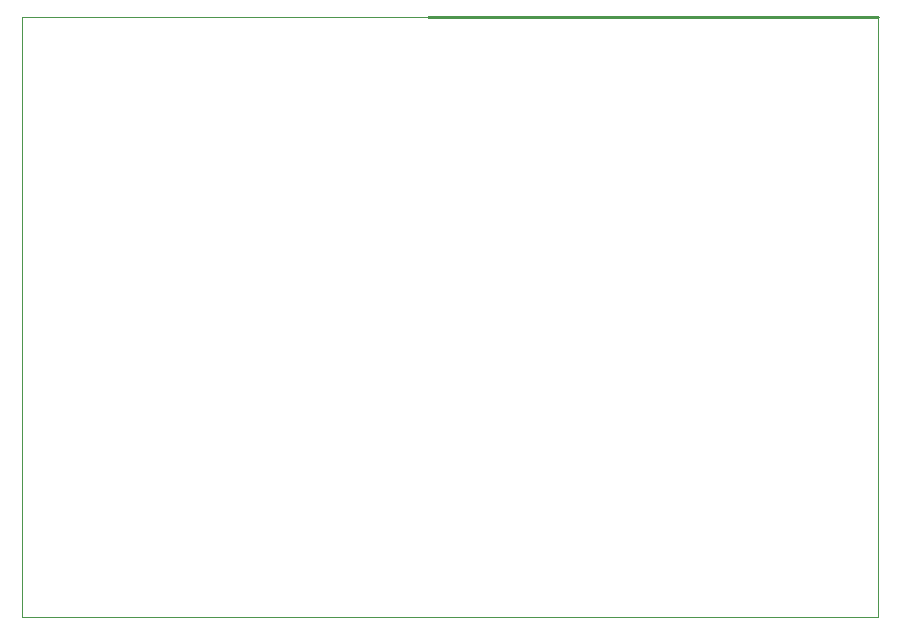
<source format=gbr>
%TF.GenerationSoftware,KiCad,Pcbnew,(5.1.10)-1*%
%TF.CreationDate,2022-11-15T17:47:35-07:00*%
%TF.ProjectId,Stepper_to_XLR4,53746570-7065-4725-9f74-6f5f584c5234,rev?*%
%TF.SameCoordinates,Original*%
%TF.FileFunction,Profile,NP*%
%FSLAX46Y46*%
G04 Gerber Fmt 4.6, Leading zero omitted, Abs format (unit mm)*
G04 Created by KiCad (PCBNEW (5.1.10)-1) date 2022-11-15 17:47:35*
%MOMM*%
%LPD*%
G01*
G04 APERTURE LIST*
%TA.AperFunction,Profile*%
%ADD10C,0.050000*%
%TD*%
%TA.AperFunction,Profile*%
%ADD11C,0.250000*%
%TD*%
G04 APERTURE END LIST*
D10*
X-34400000Y0D02*
X0Y0D01*
X3700000Y-50800000D02*
X38100000Y-50800000D01*
X38100000Y-50800000D02*
X38100000Y0D01*
X-34400000Y-50800000D02*
X3700000Y-50800000D01*
X-34400000Y0D02*
X-34400000Y-50800000D01*
D11*
X0Y0D02*
X38100000Y0D01*
M02*

</source>
